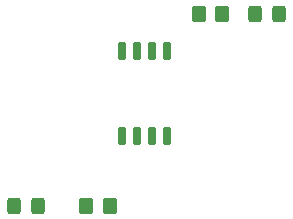
<source format=gtp>
G04 #@! TF.GenerationSoftware,KiCad,Pcbnew,8.0.9-8.0.9-0~ubuntu24.04.1*
G04 #@! TF.CreationDate,2025-04-27T15:56:27+09:30*
G04 #@! TF.ProjectId,qspi-pmod-adapter,71737069-2d70-46d6-9f64-2d6164617074,rev?*
G04 #@! TF.SameCoordinates,Original*
G04 #@! TF.FileFunction,Paste,Top*
G04 #@! TF.FilePolarity,Positive*
%FSLAX46Y46*%
G04 Gerber Fmt 4.6, Leading zero omitted, Abs format (unit mm)*
G04 Created by KiCad (PCBNEW 8.0.9-8.0.9-0~ubuntu24.04.1) date 2025-04-27 15:56:27*
%MOMM*%
%LPD*%
G01*
G04 APERTURE LIST*
G04 Aperture macros list*
%AMRoundRect*
0 Rectangle with rounded corners*
0 $1 Rounding radius*
0 $2 $3 $4 $5 $6 $7 $8 $9 X,Y pos of 4 corners*
0 Add a 4 corners polygon primitive as box body*
4,1,4,$2,$3,$4,$5,$6,$7,$8,$9,$2,$3,0*
0 Add four circle primitives for the rounded corners*
1,1,$1+$1,$2,$3*
1,1,$1+$1,$4,$5*
1,1,$1+$1,$6,$7*
1,1,$1+$1,$8,$9*
0 Add four rect primitives between the rounded corners*
20,1,$1+$1,$2,$3,$4,$5,0*
20,1,$1+$1,$4,$5,$6,$7,0*
20,1,$1+$1,$6,$7,$8,$9,0*
20,1,$1+$1,$8,$9,$2,$3,0*%
G04 Aperture macros list end*
%ADD10RoundRect,0.250000X-0.350000X-0.450000X0.350000X-0.450000X0.350000X0.450000X-0.350000X0.450000X0*%
%ADD11RoundRect,0.250000X0.350000X0.450000X-0.350000X0.450000X-0.350000X-0.450000X0.350000X-0.450000X0*%
%ADD12RoundRect,0.250000X0.325000X0.450000X-0.325000X0.450000X-0.325000X-0.450000X0.325000X-0.450000X0*%
%ADD13RoundRect,0.250000X-0.325000X-0.450000X0.325000X-0.450000X0.325000X0.450000X-0.325000X0.450000X0*%
%ADD14RoundRect,0.150000X0.150000X-0.650000X0.150000X0.650000X-0.150000X0.650000X-0.150000X-0.650000X0*%
G04 APERTURE END LIST*
D10*
X111268000Y-85852000D03*
X113268000Y-85852000D03*
D11*
X122793000Y-69596000D03*
X120793000Y-69596000D03*
D12*
X107197000Y-85852000D03*
X105147000Y-85852000D03*
D13*
X125594000Y-69596000D03*
X127644000Y-69596000D03*
D14*
X114300000Y-72752400D03*
X115570000Y-72752400D03*
X116840000Y-72752400D03*
X118110000Y-72752400D03*
X118110000Y-79952400D03*
X116840000Y-79952400D03*
X115570000Y-79952400D03*
X114300000Y-79952400D03*
M02*

</source>
